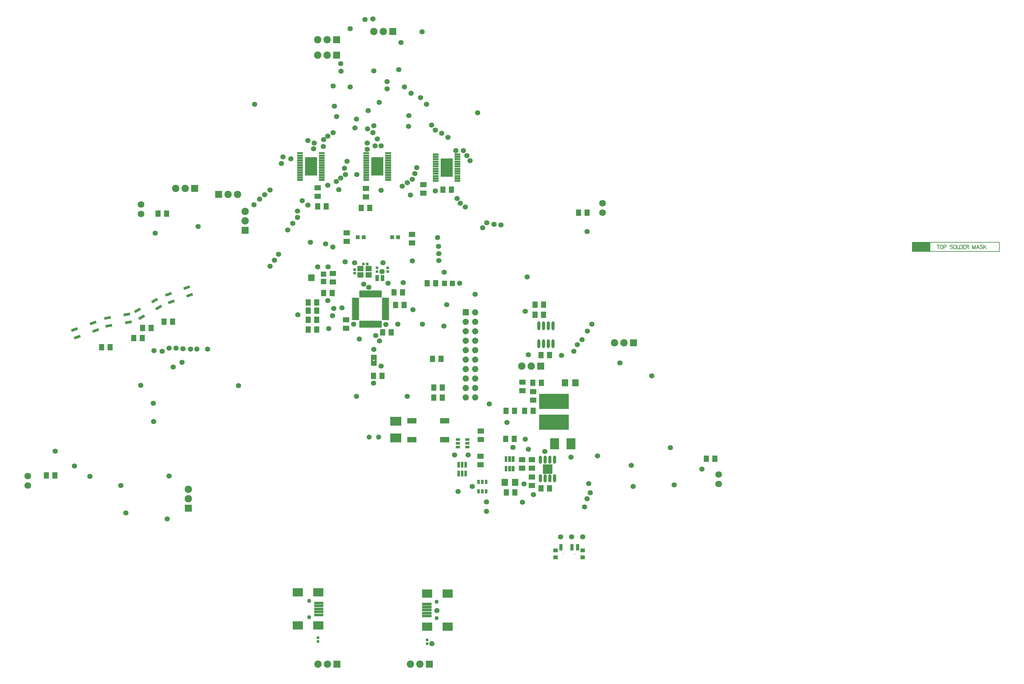
<source format=gts>
G04 Layer_Color=8388736*
%FSLAX44Y44*%
%MOMM*%
G71*
G01*
G75*
%ADD44C,0.1270*%
%ADD54R,4.8260X2.4130*%
%ADD81R,1.4732X1.7272*%
%ADD82R,3.2032X5.0032*%
%ADD83R,0.7532X1.5032*%
%ADD84O,0.8032X2.4032*%
%ADD85R,2.5032X2.5032*%
%ADD86O,0.8032X2.2032*%
%ADD87O,0.5032X2.0032*%
%ADD88O,2.0032X0.5032*%
G04:AMPARAMS|DCode=89|XSize=1.7532mm|YSize=0.7032mm|CornerRadius=0mm|HoleSize=0mm|Usage=FLASHONLY|Rotation=200.000|XOffset=0mm|YOffset=0mm|HoleType=Round|Shape=Rectangle|*
%AMROTATEDRECTD89*
4,1,4,0.7035,0.6302,0.9440,-0.0306,-0.7035,-0.6302,-0.9440,0.0306,0.7035,0.6302,0.0*
%
%ADD89ROTATEDRECTD89*%

G04:AMPARAMS|DCode=90|XSize=1.7532mm|YSize=0.7032mm|CornerRadius=0mm|HoleSize=0mm|Usage=FLASHONLY|Rotation=210.000|XOffset=0mm|YOffset=0mm|HoleType=Round|Shape=Rectangle|*
%AMROTATEDRECTD90*
4,1,4,0.5834,0.7428,0.9350,0.1338,-0.5834,-0.7428,-0.9350,-0.1338,0.5834,0.7428,0.0*
%
%ADD90ROTATEDRECTD90*%

G04:AMPARAMS|DCode=91|XSize=1.7532mm|YSize=0.7032mm|CornerRadius=0mm|HoleSize=0mm|Usage=FLASHONLY|Rotation=190.000|XOffset=0mm|YOffset=0mm|HoleType=Round|Shape=Rectangle|*
%AMROTATEDRECTD91*
4,1,4,0.8022,0.4985,0.9243,-0.1940,-0.8022,-0.4985,-0.9243,0.1940,0.8022,0.4985,0.0*
%
%ADD91ROTATEDRECTD91*%

%ADD92R,0.9032X1.7032*%
%ADD93R,1.2032X1.0032*%
%ADD94R,1.7272X1.4732*%
%ADD95R,0.7032X0.8032*%
%ADD96R,7.9532X4.1532*%
%ADD97R,1.0800X1.1300*%
%ADD98R,0.8032X0.7032*%
%ADD99R,1.7272X1.9812*%
%ADD100C,0.2032*%
%ADD101C,1.1032*%
%ADD102C,1.8032*%
%ADD103R,1.9812X1.9812*%
%ADD104C,1.9812*%
%ADD105R,1.9812X1.9812*%
%ADD106C,1.4032*%
%ADD107C,0.7032*%
G36*
X1761184Y1513151D02*
X1763219Y1512308D01*
X1764967Y1510967D01*
X1766308Y1509219D01*
X1767151Y1507184D01*
X1767438Y1505000D01*
X1767151Y1502816D01*
X1766308Y1500781D01*
X1764967Y1499033D01*
X1763219Y1497692D01*
X1761184Y1496849D01*
X1759000Y1496562D01*
X1756816Y1496849D01*
X1754781Y1497692D01*
X1753033Y1499033D01*
X1751692Y1500781D01*
X1750849Y1502816D01*
X1750562Y1505000D01*
X1750849Y1507184D01*
X1751692Y1509219D01*
X1753033Y1510967D01*
X1754781Y1512308D01*
X1756816Y1513151D01*
X1759000Y1513438D01*
X1761184Y1513151D01*
D02*
G37*
G36*
X1735784Y1538551D02*
X1737819Y1537708D01*
X1739567Y1536367D01*
X1740908Y1534619D01*
X1741751Y1532584D01*
X1742038Y1530400D01*
X1741751Y1528216D01*
X1740908Y1526181D01*
X1739567Y1524433D01*
X1737819Y1523092D01*
X1735784Y1522249D01*
X1733600Y1521962D01*
X1731416Y1522249D01*
X1729381Y1523092D01*
X1727633Y1524433D01*
X1726292Y1526181D01*
X1725449Y1528216D01*
X1725162Y1530400D01*
X1725449Y1532584D01*
X1726292Y1534619D01*
X1727633Y1536367D01*
X1729381Y1537708D01*
X1731416Y1538551D01*
X1733600Y1538838D01*
X1735784Y1538551D01*
D02*
G37*
G36*
X1761184Y1487751D02*
X1763219Y1486908D01*
X1764967Y1485567D01*
X1766308Y1483819D01*
X1767151Y1481784D01*
X1767438Y1479600D01*
X1767151Y1477416D01*
X1766308Y1475381D01*
X1764967Y1473633D01*
X1763219Y1472292D01*
X1761184Y1471449D01*
X1759000Y1471162D01*
X1756816Y1471449D01*
X1754781Y1472292D01*
X1753033Y1473633D01*
X1751692Y1475381D01*
X1750849Y1477416D01*
X1750562Y1479600D01*
X1750849Y1481784D01*
X1751692Y1483819D01*
X1753033Y1485567D01*
X1754781Y1486908D01*
X1756816Y1487751D01*
X1759000Y1488038D01*
X1761184Y1487751D01*
D02*
G37*
G36*
X1735784Y1513151D02*
X1737819Y1512308D01*
X1739567Y1510967D01*
X1740908Y1509219D01*
X1741751Y1507184D01*
X1742038Y1505000D01*
X1741751Y1502816D01*
X1740908Y1500781D01*
X1739567Y1499033D01*
X1737819Y1497692D01*
X1735784Y1496849D01*
X1733600Y1496562D01*
X1731416Y1496849D01*
X1729381Y1497692D01*
X1727633Y1499033D01*
X1726292Y1500781D01*
X1725449Y1502816D01*
X1725162Y1505000D01*
X1725449Y1507184D01*
X1726292Y1509219D01*
X1727633Y1510967D01*
X1729381Y1512308D01*
X1731416Y1513151D01*
X1733600Y1513438D01*
X1735784Y1513151D01*
D02*
G37*
G36*
X1761184Y1538551D02*
X1763219Y1537708D01*
X1764967Y1536367D01*
X1766308Y1534619D01*
X1767151Y1532584D01*
X1767438Y1530400D01*
X1767151Y1528216D01*
X1766308Y1526181D01*
X1764967Y1524433D01*
X1763219Y1523092D01*
X1761184Y1522249D01*
X1759000Y1521962D01*
X1756816Y1522249D01*
X1754781Y1523092D01*
X1753033Y1524433D01*
X1751692Y1526181D01*
X1750849Y1528216D01*
X1750562Y1530400D01*
X1750849Y1532584D01*
X1751692Y1534619D01*
X1753033Y1536367D01*
X1754781Y1537708D01*
X1756816Y1538551D01*
X1759000Y1538838D01*
X1761184Y1538551D01*
D02*
G37*
G36*
X1494500Y1577200D02*
Y1564200D01*
X1479500D01*
Y1577200D01*
Y1593800D01*
X1494500D01*
Y1577200D01*
D02*
G37*
G36*
X1735784Y1589351D02*
X1737819Y1588508D01*
X1739567Y1587167D01*
X1740908Y1585419D01*
X1741751Y1583384D01*
X1742038Y1581200D01*
X1741751Y1579016D01*
X1740908Y1576981D01*
X1739567Y1575233D01*
X1737819Y1573892D01*
X1735784Y1573049D01*
X1733600Y1572762D01*
X1731416Y1573049D01*
X1729381Y1573892D01*
X1727633Y1575233D01*
X1726292Y1576981D01*
X1725449Y1579016D01*
X1725162Y1581200D01*
X1725449Y1583384D01*
X1726292Y1585419D01*
X1727633Y1587167D01*
X1729381Y1588508D01*
X1731416Y1589351D01*
X1733600Y1589638D01*
X1735784Y1589351D01*
D02*
G37*
G36*
Y1563951D02*
X1737819Y1563108D01*
X1739567Y1561767D01*
X1740908Y1560019D01*
X1741751Y1557984D01*
X1742038Y1555800D01*
X1741751Y1553616D01*
X1740908Y1551581D01*
X1739567Y1549833D01*
X1737819Y1548492D01*
X1735784Y1547649D01*
X1733600Y1547362D01*
X1731416Y1547649D01*
X1729381Y1548492D01*
X1727633Y1549833D01*
X1726292Y1551581D01*
X1725449Y1553616D01*
X1725162Y1555800D01*
X1725449Y1557984D01*
X1726292Y1560019D01*
X1727633Y1561767D01*
X1729381Y1563108D01*
X1731416Y1563951D01*
X1733600Y1564238D01*
X1735784Y1563951D01*
D02*
G37*
G36*
X1761184D02*
X1763219Y1563108D01*
X1764967Y1561767D01*
X1766308Y1560019D01*
X1767151Y1557984D01*
X1767438Y1555800D01*
X1767151Y1553616D01*
X1766308Y1551581D01*
X1764967Y1549833D01*
X1763219Y1548492D01*
X1761184Y1547649D01*
X1759000Y1547362D01*
X1756816Y1547649D01*
X1754781Y1548492D01*
X1753033Y1549833D01*
X1751692Y1551581D01*
X1750849Y1553616D01*
X1750562Y1555800D01*
X1750849Y1557984D01*
X1751692Y1560019D01*
X1753033Y1561767D01*
X1754781Y1563108D01*
X1756816Y1563951D01*
X1759000Y1564238D01*
X1761184Y1563951D01*
D02*
G37*
G36*
X1743145Y1362620D02*
X1732255D01*
Y1369700D01*
X1743145D01*
Y1362620D01*
D02*
G37*
G36*
X1476007Y1379372D02*
X1477598Y1378713D01*
X1478964Y1377664D01*
X1480013Y1376298D01*
X1480672Y1374707D01*
X1480896Y1373000D01*
X1480672Y1371293D01*
X1480013Y1369702D01*
X1478964Y1368336D01*
X1477598Y1367287D01*
X1476007Y1366628D01*
X1474300Y1366404D01*
X1472593Y1366628D01*
X1471002Y1367287D01*
X1469636Y1368336D01*
X1468587Y1369702D01*
X1467928Y1371293D01*
X1467704Y1373000D01*
X1467928Y1374707D01*
X1468587Y1376298D01*
X1469636Y1377664D01*
X1471002Y1378713D01*
X1472593Y1379372D01*
X1474300Y1379596D01*
X1476007Y1379372D01*
D02*
G37*
G36*
X1560715Y1359105D02*
X1531285D01*
Y1382695D01*
X1560715D01*
Y1359105D01*
D02*
G37*
G36*
X1717745Y1362620D02*
X1706855D01*
Y1369700D01*
X1717745D01*
Y1362620D01*
D02*
G37*
G36*
X1501407Y1379372D02*
X1502998Y1378713D01*
X1504364Y1377664D01*
X1505413Y1376298D01*
X1506072Y1374707D01*
X1506296Y1373000D01*
X1506072Y1371293D01*
X1505413Y1369702D01*
X1504364Y1368336D01*
X1502998Y1367287D01*
X1501407Y1366628D01*
X1499700Y1366404D01*
X1497993Y1366628D01*
X1496402Y1367287D01*
X1495036Y1368336D01*
X1493987Y1369702D01*
X1493328Y1371293D01*
X1493104Y1373000D01*
X1493328Y1374707D01*
X1493987Y1376298D01*
X1495036Y1377664D01*
X1496402Y1378713D01*
X1497993Y1379372D01*
X1499700Y1379596D01*
X1501407Y1379372D01*
D02*
G37*
G36*
X1689118Y1409177D02*
X1664766D01*
Y1423623D01*
X1689118D01*
Y1409177D01*
D02*
G37*
G36*
X1735784Y1487751D02*
X1737819Y1486908D01*
X1739567Y1485567D01*
X1740908Y1483819D01*
X1741751Y1481784D01*
X1742038Y1479600D01*
X1741751Y1477416D01*
X1740908Y1475381D01*
X1739567Y1473633D01*
X1737819Y1472292D01*
X1735784Y1471449D01*
X1733600Y1471162D01*
X1731416Y1471449D01*
X1729381Y1472292D01*
X1727633Y1473633D01*
X1726292Y1475381D01*
X1725449Y1477416D01*
X1725162Y1479600D01*
X1725449Y1481784D01*
X1726292Y1483819D01*
X1727633Y1485567D01*
X1729381Y1486908D01*
X1731416Y1487751D01*
X1733600Y1488038D01*
X1735784Y1487751D01*
D02*
G37*
G36*
X1560715Y1403305D02*
X1531285D01*
Y1426895D01*
X1560715D01*
Y1403305D01*
D02*
G37*
G36*
X1601234Y1409177D02*
X1576882D01*
Y1423623D01*
X1601234D01*
Y1409177D01*
D02*
G37*
G36*
X1761184Y1589351D02*
X1763219Y1588508D01*
X1764967Y1587167D01*
X1766308Y1585419D01*
X1767151Y1583384D01*
X1767438Y1581200D01*
X1767151Y1579016D01*
X1766308Y1576981D01*
X1764967Y1575233D01*
X1763219Y1573892D01*
X1761184Y1573049D01*
X1759000Y1572762D01*
X1756816Y1573049D01*
X1754781Y1573892D01*
X1753033Y1575233D01*
X1751692Y1576981D01*
X1750849Y1579016D01*
X1750562Y1581200D01*
X1750849Y1583384D01*
X1751692Y1585419D01*
X1753033Y1587167D01*
X1754781Y1588508D01*
X1756816Y1589351D01*
X1759000Y1589638D01*
X1761184Y1589351D01*
D02*
G37*
G36*
X1704500Y1779000D02*
X1690500D01*
Y1793000D01*
X1704500D01*
Y1779000D01*
D02*
G37*
G36*
X1359000Y1784000D02*
X1345000D01*
Y1798000D01*
X1359000D01*
Y1784000D01*
D02*
G37*
G36*
X1741966Y1699834D02*
X1725234D01*
Y1716566D01*
X1741966D01*
Y1699834D01*
D02*
G37*
G36*
X1683500Y1779000D02*
X1669500D01*
Y1793000D01*
X1683500D01*
Y1779000D01*
D02*
G37*
G36*
X1328000Y1792000D02*
X1311000D01*
Y1810000D01*
X1328000D01*
Y1792000D01*
D02*
G37*
G36*
X1459000Y1801500D02*
X1443000D01*
Y1815500D01*
X1459000D01*
Y1801500D01*
D02*
G37*
G36*
X1481000D02*
X1465000D01*
Y1815500D01*
X1481000D01*
Y1801500D01*
D02*
G37*
G36*
X1500450Y1792000D02*
X1490950D01*
Y1808000D01*
X1500450D01*
Y1792000D01*
D02*
G37*
G36*
X1515050D02*
X1505550D01*
Y1808000D01*
X1515050D01*
Y1792000D01*
D02*
G37*
G36*
X1735784Y1640151D02*
X1737819Y1639308D01*
X1739567Y1637967D01*
X1740908Y1636219D01*
X1741751Y1634184D01*
X1742038Y1632000D01*
X1741751Y1629816D01*
X1740908Y1627781D01*
X1739567Y1626033D01*
X1737819Y1624692D01*
X1735784Y1623849D01*
X1733600Y1623562D01*
X1731416Y1623849D01*
X1729381Y1624692D01*
X1727633Y1626033D01*
X1726292Y1627781D01*
X1725449Y1629816D01*
X1725162Y1632000D01*
X1725449Y1634184D01*
X1726292Y1636219D01*
X1727633Y1637967D01*
X1729381Y1639308D01*
X1731416Y1640151D01*
X1733600Y1640438D01*
X1735784Y1640151D01*
D02*
G37*
G36*
X1761184D02*
X1763219Y1639308D01*
X1764967Y1637967D01*
X1766308Y1636219D01*
X1767151Y1634184D01*
X1767438Y1632000D01*
X1767151Y1629816D01*
X1766308Y1627781D01*
X1764967Y1626033D01*
X1763219Y1624692D01*
X1761184Y1623849D01*
X1759000Y1623562D01*
X1756816Y1623849D01*
X1754781Y1624692D01*
X1753033Y1626033D01*
X1751692Y1627781D01*
X1750849Y1629816D01*
X1750562Y1632000D01*
X1750849Y1634184D01*
X1751692Y1636219D01*
X1753033Y1637967D01*
X1754781Y1639308D01*
X1756816Y1640151D01*
X1759000Y1640438D01*
X1761184Y1640151D01*
D02*
G37*
G36*
X1735784Y1614751D02*
X1737819Y1613908D01*
X1739567Y1612567D01*
X1740908Y1610819D01*
X1741751Y1608784D01*
X1742038Y1606600D01*
X1741751Y1604416D01*
X1740908Y1602381D01*
X1739567Y1600633D01*
X1737819Y1599292D01*
X1735784Y1598449D01*
X1733600Y1598162D01*
X1731416Y1598449D01*
X1729381Y1599292D01*
X1727633Y1600633D01*
X1726292Y1602381D01*
X1725449Y1604416D01*
X1725162Y1606600D01*
X1725449Y1608784D01*
X1726292Y1610819D01*
X1727633Y1612567D01*
X1729381Y1613908D01*
X1731416Y1614751D01*
X1733600Y1615038D01*
X1735784Y1614751D01*
D02*
G37*
G36*
X1761184D02*
X1763219Y1613908D01*
X1764967Y1612567D01*
X1766308Y1610819D01*
X1767151Y1608784D01*
X1767438Y1606600D01*
X1767151Y1604416D01*
X1766308Y1602381D01*
X1764967Y1600633D01*
X1763219Y1599292D01*
X1761184Y1598449D01*
X1759000Y1598162D01*
X1756816Y1598449D01*
X1754781Y1599292D01*
X1753033Y1600633D01*
X1751692Y1602381D01*
X1750849Y1604416D01*
X1750562Y1606600D01*
X1750849Y1608784D01*
X1751692Y1610819D01*
X1753033Y1612567D01*
X1754781Y1613908D01*
X1756816Y1614751D01*
X1759000Y1615038D01*
X1761184Y1614751D01*
D02*
G37*
G36*
X1735784Y1665551D02*
X1737819Y1664708D01*
X1739567Y1663367D01*
X1740908Y1661619D01*
X1741751Y1659584D01*
X1742038Y1657400D01*
X1741751Y1655216D01*
X1740908Y1653181D01*
X1739567Y1651433D01*
X1737819Y1650092D01*
X1735784Y1649249D01*
X1733600Y1648962D01*
X1731416Y1649249D01*
X1729381Y1650092D01*
X1727633Y1651433D01*
X1726292Y1653181D01*
X1725449Y1655216D01*
X1725162Y1657400D01*
X1725449Y1659584D01*
X1726292Y1661619D01*
X1727633Y1663367D01*
X1729381Y1664708D01*
X1731416Y1665551D01*
X1733600Y1665838D01*
X1735784Y1665551D01*
D02*
G37*
G36*
X1761184Y1690951D02*
X1763219Y1690108D01*
X1764967Y1688767D01*
X1766308Y1687019D01*
X1767151Y1684984D01*
X1767438Y1682800D01*
X1767151Y1680616D01*
X1766308Y1678581D01*
X1764967Y1676833D01*
X1763219Y1675492D01*
X1761184Y1674649D01*
X1759000Y1674362D01*
X1756816Y1674649D01*
X1754781Y1675492D01*
X1753033Y1676833D01*
X1751692Y1678581D01*
X1750849Y1680616D01*
X1750562Y1682800D01*
X1750849Y1684984D01*
X1751692Y1687019D01*
X1753033Y1688767D01*
X1754781Y1690108D01*
X1756816Y1690951D01*
X1759000Y1691238D01*
X1761184Y1690951D01*
D02*
G37*
G36*
Y1716351D02*
X1763219Y1715508D01*
X1764967Y1714167D01*
X1766308Y1712419D01*
X1767151Y1710384D01*
X1767438Y1708200D01*
X1767151Y1706016D01*
X1766308Y1703981D01*
X1764967Y1702233D01*
X1763219Y1700892D01*
X1761184Y1700049D01*
X1759000Y1699762D01*
X1756816Y1700049D01*
X1754781Y1700892D01*
X1753033Y1702233D01*
X1751692Y1703981D01*
X1750849Y1706016D01*
X1750562Y1708200D01*
X1750849Y1710384D01*
X1751692Y1712419D01*
X1753033Y1714167D01*
X1754781Y1715508D01*
X1756816Y1716351D01*
X1759000Y1716638D01*
X1761184Y1716351D01*
D02*
G37*
G36*
Y1665551D02*
X1763219Y1664708D01*
X1764967Y1663367D01*
X1766308Y1661619D01*
X1767151Y1659584D01*
X1767438Y1657400D01*
X1767151Y1655216D01*
X1766308Y1653181D01*
X1764967Y1651433D01*
X1763219Y1650092D01*
X1761184Y1649249D01*
X1759000Y1648962D01*
X1756816Y1649249D01*
X1754781Y1650092D01*
X1753033Y1651433D01*
X1751692Y1653181D01*
X1750849Y1655216D01*
X1750562Y1657400D01*
X1750849Y1659584D01*
X1751692Y1661619D01*
X1753033Y1663367D01*
X1754781Y1664708D01*
X1756816Y1665551D01*
X1759000Y1665838D01*
X1761184Y1665551D01*
D02*
G37*
G36*
X1735784Y1690951D02*
X1737819Y1690108D01*
X1739567Y1688767D01*
X1740908Y1687019D01*
X1741751Y1684984D01*
X1742038Y1682800D01*
X1741751Y1680616D01*
X1740908Y1678581D01*
X1739567Y1676833D01*
X1737819Y1675492D01*
X1735784Y1674649D01*
X1733600Y1674362D01*
X1731416Y1674649D01*
X1729381Y1675492D01*
X1727633Y1676833D01*
X1726292Y1678581D01*
X1725449Y1680616D01*
X1725162Y1682800D01*
X1725449Y1684984D01*
X1726292Y1687019D01*
X1727633Y1688767D01*
X1729381Y1690108D01*
X1731416Y1690951D01*
X1733600Y1691238D01*
X1735784Y1690951D01*
D02*
G37*
G36*
X1689118Y1358377D02*
X1664766D01*
Y1372823D01*
X1689118D01*
Y1358377D01*
D02*
G37*
G36*
X1351500Y915500D02*
X1326500D01*
Y922500D01*
X1351500D01*
Y915500D01*
D02*
G37*
G36*
X1641500Y920500D02*
X1616500D01*
Y927500D01*
X1641500D01*
X1641500Y920500D01*
D02*
G37*
G36*
X1351500Y907500D02*
X1326500D01*
Y914500D01*
X1351500D01*
Y907500D01*
D02*
G37*
G36*
X1641500Y912500D02*
X1616500Y912500D01*
Y919500D01*
X1641500D01*
Y912500D01*
D02*
G37*
G36*
X1351500Y923500D02*
X1326500D01*
Y930500D01*
X1351500D01*
Y923500D01*
D02*
G37*
G36*
X1296500Y944500D02*
X1269500D01*
Y966500D01*
X1296500D01*
Y944500D01*
D02*
G37*
G36*
X1351500D02*
X1324500D01*
Y966500D01*
X1351500D01*
Y944500D01*
D02*
G37*
G36*
X1643500Y963500D02*
Y941500D01*
X1616500Y941500D01*
Y963500D01*
X1643500Y963500D01*
D02*
G37*
G36*
X1698500Y941500D02*
X1671500D01*
Y963500D01*
X1698500D01*
Y941500D01*
D02*
G37*
G36*
X1296500Y855500D02*
X1269500D01*
Y877500D01*
X1296500D01*
Y855500D01*
D02*
G37*
G36*
X1351500D02*
X1324500D01*
Y877500D01*
X1351500D01*
Y855500D01*
D02*
G37*
G36*
X1643500Y852500D02*
X1616500D01*
Y874500D01*
X1643500D01*
Y852500D01*
D02*
G37*
G36*
X1698500D02*
X1671500D01*
Y874500D01*
X1698500Y874500D01*
Y852500D01*
D02*
G37*
G36*
X1641500Y888500D02*
X1616500D01*
Y895500D01*
X1641500D01*
Y888500D01*
D02*
G37*
G36*
X1351500Y899500D02*
X1326500D01*
Y906500D01*
X1351500D01*
Y899500D01*
D02*
G37*
G36*
X1641500Y904500D02*
X1616500D01*
Y911500D01*
X1641500D01*
X1641500Y904500D01*
D02*
G37*
G36*
X1351500Y891500D02*
X1326500D01*
Y898500D01*
X1351500D01*
Y891500D01*
D02*
G37*
G36*
X1641500Y896500D02*
X1616500D01*
Y903500D01*
X1641500D01*
X1641500Y896500D01*
D02*
G37*
G36*
X1771380Y1221855D02*
X1764300D01*
Y1232745D01*
X1771380D01*
Y1221855D01*
D02*
G37*
G36*
X1983695Y1340285D02*
X1960105D01*
Y1369715D01*
X1983695D01*
Y1340285D01*
D02*
G37*
G36*
X2027895D02*
X2004305D01*
Y1369715D01*
X2027895D01*
Y1340285D01*
D02*
G37*
G36*
X1854794Y1306604D02*
X1847206D01*
Y1321304D01*
X1854794D01*
Y1306604D01*
D02*
G37*
G36*
X1864192D02*
X1856604D01*
Y1321304D01*
X1864192D01*
Y1306604D01*
D02*
G37*
G36*
X1717745Y1342300D02*
X1706855D01*
Y1349380D01*
X1717745D01*
Y1342300D01*
D02*
G37*
G36*
X1743145Y1352460D02*
X1732255D01*
Y1359540D01*
X1743145D01*
Y1352460D01*
D02*
G37*
G36*
X1601234Y1358377D02*
X1576882D01*
Y1372823D01*
X1601234D01*
Y1358377D01*
D02*
G37*
G36*
X1743145Y1342300D02*
X1732255D01*
Y1349380D01*
X1743145D01*
Y1342300D01*
D02*
G37*
G36*
X1717745Y1352460D02*
X1706855D01*
Y1359540D01*
X1717745D01*
Y1352460D01*
D02*
G37*
G36*
X1771380Y1247255D02*
X1764300D01*
Y1258145D01*
X1771380D01*
Y1247255D01*
D02*
G37*
G36*
X1781540D02*
X1774460D01*
Y1258145D01*
X1781540D01*
Y1247255D01*
D02*
G37*
G36*
Y1221855D02*
X1774460D01*
Y1232745D01*
X1781540D01*
Y1221855D01*
D02*
G37*
G36*
X1791700D02*
X1784620D01*
Y1232745D01*
X1791700D01*
Y1221855D01*
D02*
G37*
G36*
Y1247255D02*
X1784620D01*
Y1258145D01*
X1791700D01*
Y1247255D01*
D02*
G37*
G36*
X1864192Y1280696D02*
X1856604D01*
Y1295396D01*
X1864192D01*
Y1280696D01*
D02*
G37*
G36*
X1845396Y1306604D02*
X1837808D01*
Y1321304D01*
X1845396D01*
Y1306604D01*
D02*
G37*
G36*
Y1280696D02*
X1837808D01*
Y1295396D01*
X1845396D01*
Y1280696D01*
D02*
G37*
G36*
X1854794D02*
X1847206D01*
Y1295396D01*
X1854794D01*
Y1280696D01*
D02*
G37*
G36*
X1474500Y2107000D02*
X1459000D01*
Y2112500D01*
X1474500D01*
Y2107000D01*
D02*
G37*
G36*
X1533000D02*
X1517500D01*
Y2112500D01*
X1533000D01*
Y2107000D01*
D02*
G37*
G36*
X1296500D02*
X1281000D01*
Y2112500D01*
X1296500D01*
Y2107000D01*
D02*
G37*
G36*
X1355000D02*
X1339500D01*
Y2112500D01*
X1355000D01*
Y2107000D01*
D02*
G37*
G36*
X1660500Y2110500D02*
X1645000D01*
Y2116000D01*
X1660500D01*
Y2110500D01*
D02*
G37*
G36*
X1355000Y2113500D02*
X1339500D01*
Y2119000D01*
X1355000D01*
Y2113500D01*
D02*
G37*
G36*
X1474500D02*
X1459000D01*
Y2119000D01*
X1474500D01*
Y2113500D01*
D02*
G37*
G36*
X1719000Y2110500D02*
X1703500D01*
Y2116000D01*
X1719000D01*
Y2110500D01*
D02*
G37*
G36*
X1296500Y2113500D02*
X1281000D01*
Y2119000D01*
X1296500D01*
Y2113500D01*
D02*
G37*
G36*
X1719000Y2104000D02*
X1703500D01*
Y2109500D01*
X1719000D01*
Y2104000D01*
D02*
G37*
G36*
X1660500Y2097500D02*
X1645000D01*
Y2103000D01*
X1660500D01*
Y2097500D01*
D02*
G37*
G36*
X1719000D02*
X1703500D01*
Y2103000D01*
X1719000D01*
Y2097500D01*
D02*
G37*
G36*
X1474500Y2094000D02*
X1459000D01*
Y2099500D01*
X1474500D01*
Y2094000D01*
D02*
G37*
G36*
X1533000D02*
X1517500D01*
Y2099500D01*
X1533000D01*
Y2094000D01*
D02*
G37*
G36*
X1296500Y2100500D02*
X1281000D01*
Y2106000D01*
X1296500D01*
Y2100500D01*
D02*
G37*
G36*
X1533000D02*
X1517500D01*
Y2106000D01*
X1533000D01*
Y2100500D01*
D02*
G37*
G36*
X1660500Y2104000D02*
X1645000D01*
Y2109500D01*
X1660500D01*
Y2104000D01*
D02*
G37*
G36*
X1355000Y2100500D02*
X1339500D01*
Y2106000D01*
X1355000D01*
Y2100500D01*
D02*
G37*
G36*
X1474500D02*
X1459000D01*
Y2106000D01*
X1474500D01*
Y2100500D01*
D02*
G37*
G36*
X1533000Y2126500D02*
X1517500D01*
Y2132000D01*
X1533000D01*
Y2126500D01*
D02*
G37*
G36*
X1660500Y2130000D02*
X1645000D01*
Y2135500D01*
X1660500D01*
Y2130000D01*
D02*
G37*
G36*
X1355000Y2126500D02*
X1339500D01*
Y2132000D01*
X1355000D01*
Y2126500D01*
D02*
G37*
G36*
X1474500D02*
X1459000D01*
Y2132000D01*
X1474500D01*
Y2126500D01*
D02*
G37*
G36*
X1719000Y2130000D02*
X1703500D01*
Y2135500D01*
X1719000D01*
Y2130000D01*
D02*
G37*
G36*
X1474500Y2133000D02*
X1459000D01*
Y2138500D01*
X1474500D01*
Y2133000D01*
D02*
G37*
G36*
X1533000D02*
X1517500D01*
Y2138500D01*
X1533000D01*
Y2133000D01*
D02*
G37*
G36*
X1296500D02*
X1281000D01*
Y2138500D01*
X1296500D01*
Y2133000D01*
D02*
G37*
G36*
X1355000D02*
X1339500D01*
Y2138500D01*
X1355000D01*
Y2133000D01*
D02*
G37*
G36*
X1296500Y2126500D02*
X1281000D01*
Y2132000D01*
X1296500D01*
Y2126500D01*
D02*
G37*
G36*
X1719000Y2117000D02*
X1703500D01*
Y2122500D01*
X1719000D01*
Y2117000D01*
D02*
G37*
G36*
X1296500Y2120000D02*
X1281000D01*
Y2125500D01*
X1296500D01*
Y2120000D01*
D02*
G37*
G36*
X1533000Y2113500D02*
X1517500D01*
Y2119000D01*
X1533000D01*
Y2113500D01*
D02*
G37*
G36*
X1660500Y2117000D02*
X1645000D01*
Y2122500D01*
X1660500D01*
Y2117000D01*
D02*
G37*
G36*
X1355000Y2120000D02*
X1339500D01*
Y2125500D01*
X1355000D01*
Y2120000D01*
D02*
G37*
G36*
X1660500Y2123500D02*
X1645000D01*
Y2129000D01*
X1660500D01*
Y2123500D01*
D02*
G37*
G36*
X1719000D02*
X1703500D01*
Y2129000D01*
X1719000D01*
Y2123500D01*
D02*
G37*
G36*
X1474500Y2120000D02*
X1459000D01*
Y2125500D01*
X1474500D01*
Y2120000D01*
D02*
G37*
G36*
X1533000D02*
X1517500D01*
Y2125500D01*
X1533000D01*
Y2120000D01*
D02*
G37*
G36*
X1296500Y2068000D02*
X1281000D01*
Y2073500D01*
X1296500D01*
Y2068000D01*
D02*
G37*
G36*
X1355000D02*
X1339500D01*
Y2073500D01*
X1355000D01*
Y2068000D01*
D02*
G37*
G36*
X1660500Y2065000D02*
X1645000D01*
Y2070500D01*
X1660500D01*
Y2065000D01*
D02*
G37*
G36*
X1719000D02*
X1703500D01*
Y2070500D01*
X1719000D01*
Y2065000D01*
D02*
G37*
G36*
X1474500Y2068000D02*
X1459000D01*
Y2073500D01*
X1474500D01*
Y2068000D01*
D02*
G37*
G36*
X1719000Y2071500D02*
X1703500D01*
Y2077000D01*
X1719000D01*
Y2071500D01*
D02*
G37*
G36*
X1296500Y2074500D02*
X1281000D01*
Y2080000D01*
X1296500D01*
Y2074500D01*
D02*
G37*
G36*
X1533000Y2068000D02*
X1517500D01*
Y2073500D01*
X1533000D01*
Y2068000D01*
D02*
G37*
G36*
X1660500Y2071500D02*
X1645000D01*
Y2077000D01*
X1660500D01*
Y2071500D01*
D02*
G37*
G36*
X1481000Y1818500D02*
X1465000D01*
Y1832500D01*
X1481000D01*
Y1818500D01*
D02*
G37*
G36*
X1660500Y2058500D02*
X1645000D01*
Y2064000D01*
X1660500D01*
Y2058500D01*
D02*
G37*
G36*
X1359000Y1804000D02*
X1345000D01*
Y1818000D01*
X1359000D01*
Y1804000D01*
D02*
G37*
G36*
X1459000Y1818500D02*
X1443000D01*
Y1832500D01*
X1459000D01*
Y1818500D01*
D02*
G37*
G36*
X1719000Y2058500D02*
X1703500D01*
Y2064000D01*
X1719000D01*
Y2058500D01*
D02*
G37*
G36*
X1474500Y2061500D02*
X1459000D01*
Y2067000D01*
X1474500D01*
Y2061500D01*
D02*
G37*
G36*
X1533000D02*
X1517500D01*
Y2067000D01*
X1533000D01*
Y2061500D01*
D02*
G37*
G36*
X1296500D02*
X1281000D01*
Y2067000D01*
X1296500D01*
Y2061500D01*
D02*
G37*
G36*
X1355000D02*
X1339500D01*
Y2067000D01*
X1355000D01*
Y2061500D01*
D02*
G37*
G36*
Y2074500D02*
X1339500D01*
Y2080000D01*
X1355000D01*
Y2074500D01*
D02*
G37*
G36*
Y2087500D02*
X1339500D01*
Y2093000D01*
X1355000D01*
Y2087500D01*
D02*
G37*
G36*
X1474500D02*
X1459000D01*
Y2093000D01*
X1474500D01*
Y2087500D01*
D02*
G37*
G36*
X1719000Y2084500D02*
X1703500D01*
Y2090000D01*
X1719000D01*
Y2084500D01*
D02*
G37*
G36*
X1296500Y2087500D02*
X1281000D01*
Y2093000D01*
X1296500D01*
Y2087500D01*
D02*
G37*
G36*
X1533000D02*
X1517500D01*
Y2093000D01*
X1533000D01*
Y2087500D01*
D02*
G37*
G36*
X1296500Y2094000D02*
X1281000D01*
Y2099500D01*
X1296500D01*
Y2094000D01*
D02*
G37*
G36*
X1355000D02*
X1339500D01*
Y2099500D01*
X1355000D01*
Y2094000D01*
D02*
G37*
G36*
X1660500Y2091000D02*
X1645000D01*
Y2096500D01*
X1660500D01*
Y2091000D01*
D02*
G37*
G36*
X1719000D02*
X1703500D01*
Y2096500D01*
X1719000D01*
Y2091000D01*
D02*
G37*
G36*
X1660500Y2084500D02*
X1645000D01*
Y2090000D01*
X1660500D01*
Y2084500D01*
D02*
G37*
G36*
Y2078000D02*
X1645000D01*
Y2083500D01*
X1660500D01*
Y2078000D01*
D02*
G37*
G36*
X1719000D02*
X1703500D01*
Y2083500D01*
X1719000D01*
Y2078000D01*
D02*
G37*
G36*
X1474500Y2074500D02*
X1459000D01*
Y2080000D01*
X1474500D01*
Y2074500D01*
D02*
G37*
G36*
X1533000D02*
X1517500D01*
Y2080000D01*
X1533000D01*
Y2074500D01*
D02*
G37*
G36*
X1474500Y2081000D02*
X1459000D01*
Y2086500D01*
X1474500D01*
Y2081000D01*
D02*
G37*
G36*
X1533000D02*
X1517500D01*
Y2086500D01*
X1533000D01*
Y2081000D01*
D02*
G37*
G36*
X1296500D02*
X1281000D01*
Y2086500D01*
X1296500D01*
Y2081000D01*
D02*
G37*
G36*
X1355000D02*
X1339500D01*
Y2086500D01*
X1355000D01*
Y2081000D01*
D02*
G37*
%LPC*%
G36*
X1489500Y1580200D02*
X1484500D01*
Y1577800D01*
X1489500D01*
Y1580200D01*
D02*
G37*
%LPD*%
D44*
X2932290Y1871902D02*
X3165970D01*
X2932290D02*
Y1896032D01*
X3165970Y1871902D02*
Y1896032D01*
X2932290D02*
X3165970D01*
X3001716Y1888918D02*
Y1878760D01*
X2998330Y1888918D02*
X3005102D01*
X3009214D02*
X3008246Y1888434D01*
X3007279Y1887466D01*
X3006795Y1886499D01*
X3006312Y1885048D01*
Y1882629D01*
X3006795Y1881178D01*
X3007279Y1880211D01*
X3008246Y1879243D01*
X3009214Y1878760D01*
X3011149D01*
X3012116Y1879243D01*
X3013083Y1880211D01*
X3013567Y1881178D01*
X3014051Y1882629D01*
Y1885048D01*
X3013567Y1886499D01*
X3013083Y1887466D01*
X3012116Y1888434D01*
X3011149Y1888918D01*
X3009214D01*
X3016421Y1883597D02*
X3020774D01*
X3022226Y1884080D01*
X3022709Y1884564D01*
X3023193Y1885532D01*
Y1886983D01*
X3022709Y1887950D01*
X3022226Y1888434D01*
X3020774Y1888918D01*
X3016421D01*
Y1878760D01*
X3040219Y1887466D02*
X3039252Y1888434D01*
X3037801Y1888918D01*
X3035866D01*
X3034415Y1888434D01*
X3033447Y1887466D01*
Y1886499D01*
X3033931Y1885532D01*
X3034415Y1885048D01*
X3035382Y1884564D01*
X3038285Y1883597D01*
X3039252Y1883113D01*
X3039736Y1882629D01*
X3040219Y1881662D01*
Y1880211D01*
X3039252Y1879243D01*
X3037801Y1878760D01*
X3035866D01*
X3034415Y1879243D01*
X3033447Y1880211D01*
X3045395Y1888918D02*
X3044427Y1888434D01*
X3043460Y1887466D01*
X3042976Y1886499D01*
X3042493Y1885048D01*
Y1882629D01*
X3042976Y1881178D01*
X3043460Y1880211D01*
X3044427Y1879243D01*
X3045395Y1878760D01*
X3047330D01*
X3048297Y1879243D01*
X3049265Y1880211D01*
X3049748Y1881178D01*
X3050232Y1882629D01*
Y1885048D01*
X3049748Y1886499D01*
X3049265Y1887466D01*
X3048297Y1888434D01*
X3047330Y1888918D01*
X3045395D01*
X3052602D02*
Y1878760D01*
X3058407D01*
X3059519Y1888918D02*
Y1878760D01*
Y1888918D02*
X3062905D01*
X3064356Y1888434D01*
X3065323Y1887466D01*
X3065807Y1886499D01*
X3066291Y1885048D01*
Y1882629D01*
X3065807Y1881178D01*
X3065323Y1880211D01*
X3064356Y1879243D01*
X3062905Y1878760D01*
X3059519D01*
X3074853Y1888918D02*
X3068564D01*
Y1878760D01*
X3074853D01*
X3068564Y1884080D02*
X3072434D01*
X3076546Y1888918D02*
Y1878760D01*
Y1888918D02*
X3080899D01*
X3082350Y1888434D01*
X3082834Y1887950D01*
X3083318Y1886983D01*
Y1886015D01*
X3082834Y1885048D01*
X3082350Y1884564D01*
X3080899Y1884080D01*
X3076546D01*
X3079932D02*
X3083318Y1878760D01*
X3093572Y1888918D02*
Y1878760D01*
Y1888918D02*
X3097442Y1878760D01*
X3101311Y1888918D02*
X3097442Y1878760D01*
X3101311Y1888918D02*
Y1878760D01*
X3111953D02*
X3108083Y1888918D01*
X3104214Y1878760D01*
X3105665Y1882146D02*
X3110502D01*
X3121095Y1887466D02*
X3120128Y1888434D01*
X3118676Y1888918D01*
X3116742D01*
X3115291Y1888434D01*
X3114323Y1887466D01*
Y1886499D01*
X3114807Y1885532D01*
X3115291Y1885048D01*
X3116258Y1884564D01*
X3119160Y1883597D01*
X3120128Y1883113D01*
X3120611Y1882629D01*
X3121095Y1881662D01*
Y1880211D01*
X3120128Y1879243D01*
X3118676Y1878760D01*
X3116742D01*
X3115291Y1879243D01*
X3114323Y1880211D01*
X3123368Y1888918D02*
Y1878760D01*
X3130140Y1888918D02*
X3123368Y1882146D01*
X3125787Y1884564D02*
X3130140Y1878760D01*
D54*
X2956420Y1883967D02*
D03*
D81*
X1336000Y1993000D02*
D03*
X1358860D02*
D03*
X1333430Y1662000D02*
D03*
X1310570D02*
D03*
X631000Y1270000D02*
D03*
X608140D02*
D03*
X2379570Y1315000D02*
D03*
X2402430D02*
D03*
X2036570Y1976000D02*
D03*
X2059430D02*
D03*
X931000Y1973000D02*
D03*
X908140D02*
D03*
X1545570Y1728000D02*
D03*
X1568430D02*
D03*
X1647570Y1479000D02*
D03*
X1670430D02*
D03*
X1485570Y1537000D02*
D03*
X1508430D02*
D03*
X1647570Y1506000D02*
D03*
X1670430D02*
D03*
X1311140Y1688000D02*
D03*
X1334000D02*
D03*
X1644570Y1583000D02*
D03*
X1667430D02*
D03*
X1310570Y1735000D02*
D03*
X1333430D02*
D03*
X1653000Y1786000D02*
D03*
X1630140D02*
D03*
X1333430Y1713000D02*
D03*
X1310570D02*
D03*
X1863430Y1368000D02*
D03*
X1840570D02*
D03*
X1375430Y1760000D02*
D03*
X1352570D02*
D03*
X1841570Y1443000D02*
D03*
X1864430D02*
D03*
X1891140D02*
D03*
X1914000D02*
D03*
X1958430Y1235000D02*
D03*
X1935570D02*
D03*
X1452570Y1989000D02*
D03*
X1475430D02*
D03*
X1672570Y2038000D02*
D03*
X1695430D02*
D03*
X946430Y1683000D02*
D03*
X923570D02*
D03*
X1541000Y1762000D02*
D03*
X1563860D02*
D03*
X1533430Y1654000D02*
D03*
X1510570D02*
D03*
X889000Y1666000D02*
D03*
X866140D02*
D03*
X842570Y1639000D02*
D03*
X865430D02*
D03*
X1942000Y1702000D02*
D03*
X1919140D02*
D03*
X1942430Y1729000D02*
D03*
X1919570D02*
D03*
X1958430Y1593000D02*
D03*
X1935570D02*
D03*
X1842570Y1224000D02*
D03*
X1865430D02*
D03*
X756000Y1614000D02*
D03*
X778860D02*
D03*
X1936430Y1519000D02*
D03*
X1913570D02*
D03*
D82*
X1318000Y2100000D02*
D03*
X1496000D02*
D03*
X1682000Y2097000D02*
D03*
D83*
X1714500Y1299000D02*
D03*
X1724000D02*
D03*
X1733500D02*
D03*
Y1275000D02*
D03*
X1724000D02*
D03*
X1714500D02*
D03*
D84*
X1968050Y1672000D02*
D03*
X1955350D02*
D03*
X1942650D02*
D03*
X1929950D02*
D03*
X1968050Y1624000D02*
D03*
X1955350D02*
D03*
X1942650D02*
D03*
X1929950D02*
D03*
D85*
X1953000Y1287000D02*
D03*
D86*
X1972050Y1312000D02*
D03*
X1959350D02*
D03*
X1946650D02*
D03*
X1933950D02*
D03*
X1972050Y1262000D02*
D03*
X1959350D02*
D03*
X1946650D02*
D03*
X1933950D02*
D03*
D87*
X1505500Y1757500D02*
D03*
X1500500D02*
D03*
X1495500D02*
D03*
X1490500D02*
D03*
X1485500D02*
D03*
X1480500D02*
D03*
X1475500D02*
D03*
X1470500D02*
D03*
X1465500D02*
D03*
X1460500D02*
D03*
X1455500D02*
D03*
X1450500D02*
D03*
Y1676500D02*
D03*
X1455500D02*
D03*
X1460500D02*
D03*
X1465500D02*
D03*
X1470500D02*
D03*
X1475500D02*
D03*
X1480500D02*
D03*
X1485500D02*
D03*
X1490500D02*
D03*
X1495500D02*
D03*
X1500500D02*
D03*
X1505500D02*
D03*
D88*
X1437500Y1744500D02*
D03*
Y1739500D02*
D03*
Y1734500D02*
D03*
Y1729500D02*
D03*
Y1724500D02*
D03*
Y1719500D02*
D03*
Y1714500D02*
D03*
Y1709500D02*
D03*
Y1704500D02*
D03*
Y1699500D02*
D03*
Y1694500D02*
D03*
Y1689500D02*
D03*
X1518500D02*
D03*
Y1694500D02*
D03*
Y1699500D02*
D03*
Y1704500D02*
D03*
Y1709500D02*
D03*
Y1714500D02*
D03*
Y1719500D02*
D03*
Y1724500D02*
D03*
Y1729500D02*
D03*
Y1734500D02*
D03*
Y1739500D02*
D03*
Y1744500D02*
D03*
D89*
X943110Y1736130D02*
D03*
X935586Y1756803D02*
D03*
X992444Y1754086D02*
D03*
X984920Y1774760D02*
D03*
X691110Y1641130D02*
D03*
X683586Y1661803D02*
D03*
X740444Y1659086D02*
D03*
X732919Y1679759D02*
D03*
D90*
X863533Y1694698D02*
D03*
X852534Y1713750D02*
D03*
X909000Y1720948D02*
D03*
X898000Y1740000D02*
D03*
D91*
X776020Y1671843D02*
D03*
X772200Y1693509D02*
D03*
X827722Y1680960D02*
D03*
X823902Y1702625D02*
D03*
D92*
X1988500Y1076500D02*
D03*
X2018500D02*
D03*
X2033500D02*
D03*
D93*
X1974500Y1049350D02*
D03*
Y1068650D02*
D03*
X2047500D02*
D03*
Y1049350D02*
D03*
D94*
X1414000Y1898570D02*
D03*
Y1921430D02*
D03*
X1589000Y1894570D02*
D03*
Y1917430D02*
D03*
X1466000Y2041430D02*
D03*
Y2018570D02*
D03*
X1620000Y2051430D02*
D03*
Y2028570D02*
D03*
X1773000Y1321430D02*
D03*
Y1298570D02*
D03*
X1911000Y1242570D02*
D03*
Y1265430D02*
D03*
X1914000Y1472000D02*
D03*
Y1494860D02*
D03*
X1886000Y1497570D02*
D03*
Y1520430D02*
D03*
X1774000Y1366570D02*
D03*
Y1389430D02*
D03*
X1336000Y2020000D02*
D03*
Y2042860D02*
D03*
X1412000Y1665570D02*
D03*
Y1688430D02*
D03*
X1377000Y1789570D02*
D03*
Y1812430D02*
D03*
X1885000Y1312430D02*
D03*
Y1289570D02*
D03*
X1911000Y1312430D02*
D03*
Y1289570D02*
D03*
D95*
X1337000Y834000D02*
D03*
Y824000D02*
D03*
X1630000Y828000D02*
D03*
Y818000D02*
D03*
X1435000Y1823000D02*
D03*
Y1813000D02*
D03*
X1495000Y1828000D02*
D03*
Y1818000D02*
D03*
X1524000Y1828000D02*
D03*
Y1818000D02*
D03*
D96*
X1970000Y1413000D02*
D03*
Y1468500D02*
D03*
D97*
X1444000Y1910000D02*
D03*
X1460000D02*
D03*
X1552000D02*
D03*
X1536000D02*
D03*
D98*
X1459000Y1838000D02*
D03*
X1469000D02*
D03*
D99*
X1838030Y1251000D02*
D03*
X1865970D02*
D03*
X2000030Y1519000D02*
D03*
X2027970D02*
D03*
D100*
X1996000Y1059000D02*
D03*
X2026000D02*
D03*
D101*
X1313000Y933000D02*
D03*
Y889000D02*
D03*
X1655000Y886000D02*
D03*
Y930000D02*
D03*
D102*
X558000Y1243000D02*
D03*
Y1268400D02*
D03*
X2412000Y1247300D02*
D03*
Y1272700D02*
D03*
X2101000Y2001700D02*
D03*
Y1976300D02*
D03*
X862000Y1997700D02*
D03*
Y1972300D02*
D03*
D103*
X1635800Y763000D02*
D03*
X1387000Y2399000D02*
D03*
X1537400Y2463000D02*
D03*
X2183400Y1626000D02*
D03*
X1386800Y2441000D02*
D03*
X1006000Y2041000D02*
D03*
X1070200Y2025000D02*
D03*
X1387400Y763000D02*
D03*
X1934800Y1564000D02*
D03*
D104*
X1610400Y763000D02*
D03*
X1585000D02*
D03*
X989000Y1207000D02*
D03*
Y1232400D02*
D03*
X1141000Y1954000D02*
D03*
Y1979400D02*
D03*
X1361600Y2399000D02*
D03*
X1336200D02*
D03*
X1512000Y2463000D02*
D03*
X1486600D02*
D03*
X2158000Y1626000D02*
D03*
X2132600D02*
D03*
X1361400Y2441000D02*
D03*
X1336000D02*
D03*
X980600Y2041000D02*
D03*
X955200D02*
D03*
X1095600Y2025000D02*
D03*
X1121000D02*
D03*
X1362000Y763000D02*
D03*
X1336600D02*
D03*
X1909400Y1564000D02*
D03*
X1884000D02*
D03*
D105*
X989000Y1181600D02*
D03*
X1141000Y1928600D02*
D03*
D106*
X1492000Y1646000D02*
D03*
X1473000Y1775000D02*
D03*
X1460000Y1784000D02*
D03*
X1283000Y1702000D02*
D03*
X1511000Y1841000D02*
D03*
X1590000Y1846000D02*
D03*
X1676000Y1816000D02*
D03*
X1898000Y1803000D02*
D03*
X632000Y1335000D02*
D03*
X2283000Y1344000D02*
D03*
X2367000Y1287000D02*
D03*
X900000Y1921000D02*
D03*
X2059000Y1925000D02*
D03*
X1167000Y2267000D02*
D03*
X1765000Y2244000D02*
D03*
X1015000Y1939000D02*
D03*
X1616000Y2462000D02*
D03*
X1506000Y2036000D02*
D03*
X1577000Y1482000D02*
D03*
X1440000D02*
D03*
X1124000Y1511000D02*
D03*
X861000Y1512000D02*
D03*
X932000Y1153000D02*
D03*
X1041000Y1609000D02*
D03*
X821000Y1169000D02*
D03*
X1012000Y1609000D02*
D03*
X683000Y1295000D02*
D03*
X995000Y1609000D02*
D03*
X937000Y1268000D02*
D03*
X896998Y1604997D02*
D03*
X919000Y1603000D02*
D03*
X956000Y1612000D02*
D03*
X937000D02*
D03*
X948000Y1561000D02*
D03*
X808000Y1243000D02*
D03*
X896000Y1415000D02*
D03*
X895000Y1464000D02*
D03*
X725000Y1267000D02*
D03*
X972000Y1574000D02*
D03*
X975000Y1610000D02*
D03*
X1658000Y1909000D02*
D03*
X1828000Y1943000D02*
D03*
X1660000Y1885000D02*
D03*
X1809000Y1945000D02*
D03*
X1661000Y1866000D02*
D03*
X1790000Y1949000D02*
D03*
X1661000Y1847000D02*
D03*
X1779000Y1935000D02*
D03*
X1682000Y1729000D02*
D03*
X1717000Y1786000D02*
D03*
X2072000Y1676000D02*
D03*
X2147000Y1572000D02*
D03*
X1893000Y1711000D02*
D03*
X1797000Y1462000D02*
D03*
X1256000Y1929000D02*
D03*
X1165000Y1997000D02*
D03*
X2052000Y1185000D02*
D03*
X1269000Y1947000D02*
D03*
X1180000Y2012000D02*
D03*
X1194000Y2024000D02*
D03*
X2059000Y1207000D02*
D03*
X2068000Y1223000D02*
D03*
X2178000Y1297000D02*
D03*
X1282000Y1963000D02*
D03*
X2087000Y1322000D02*
D03*
X1282000Y1980000D02*
D03*
X1208000Y2037000D02*
D03*
X2233000Y1537000D02*
D03*
X2060000Y1658000D02*
D03*
X2293000Y1244000D02*
D03*
X2046000Y1635000D02*
D03*
X2183000Y1240000D02*
D03*
X2033000Y1621000D02*
D03*
X2063000Y1248000D02*
D03*
X2024000Y1603000D02*
D03*
X1423000Y2470000D02*
D03*
X1325000Y2148000D02*
D03*
X1327000Y2163000D02*
D03*
X1310000Y2170000D02*
D03*
X1264000Y2121000D02*
D03*
X1350997Y2153996D02*
D03*
X1352000Y2172000D02*
D03*
X1363000Y2182000D02*
D03*
X1378000Y2191000D02*
D03*
X1408000Y2095000D02*
D03*
X1411000Y2078000D02*
D03*
X1398000Y2069000D02*
D03*
X1386000Y2060000D02*
D03*
X1414997Y2113996D02*
D03*
X1496000Y2174000D02*
D03*
X1483997Y2190996D02*
D03*
X1470000Y2201000D02*
D03*
X1487000Y2210000D02*
D03*
X1506000Y2155000D02*
D03*
X1490000D02*
D03*
X1469000Y2163000D02*
D03*
Y2146000D02*
D03*
X1732000Y1991000D02*
D03*
X1719000Y2001000D02*
D03*
X1710000Y2014000D02*
D03*
X1686000Y2178000D02*
D03*
X1669000Y2189000D02*
D03*
X1652000Y2198000D02*
D03*
X1642000Y2211000D02*
D03*
X1580000Y2208000D02*
D03*
X1436000Y2204000D02*
D03*
X1581000Y2237000D02*
D03*
X1440000Y2227000D02*
D03*
X1387000Y2234000D02*
D03*
X1472000Y2250000D02*
D03*
X1628000Y2267000D02*
D03*
X1381000Y2262000D02*
D03*
X1501000Y2272000D02*
D03*
X1612000Y2285000D02*
D03*
X1587000Y2297000D02*
D03*
X1522000Y2309000D02*
D03*
X1378000Y2316000D02*
D03*
X1423000Y2314000D02*
D03*
X1569000D02*
D03*
X1522000Y2328000D02*
D03*
X1554000Y2360000D02*
D03*
X1486460Y2356540D02*
D03*
X1399000Y2356000D02*
D03*
X1398000Y2376000D02*
D03*
X1295000Y2008000D02*
D03*
X1310000Y1996000D02*
D03*
X1231000Y1864000D02*
D03*
X1317000Y1896000D02*
D03*
X1357000Y1892000D02*
D03*
X1220000Y1848000D02*
D03*
X1208000Y1832000D02*
D03*
X1707000Y2143000D02*
D03*
X1727000D02*
D03*
X1737000Y2129000D02*
D03*
X1745000Y2116000D02*
D03*
X1239000Y2108000D02*
D03*
X1243000Y2126000D02*
D03*
X1484000Y2497000D02*
D03*
X1597000Y2081000D02*
D03*
X1577000Y2056000D02*
D03*
X1563000Y2047000D02*
D03*
X1590000Y2066000D02*
D03*
X1652000Y2034000D02*
D03*
X1560000Y2433000D02*
D03*
X1463000Y2495000D02*
D03*
X1364000Y1830000D02*
D03*
X1435000Y1841000D02*
D03*
X1366000Y1664000D02*
D03*
X1401000Y1720000D02*
D03*
X1376000Y1699000D02*
D03*
X1379500Y1718500D02*
D03*
X1363000Y1739500D02*
D03*
X1393000Y2038000D02*
D03*
X1602000Y2097000D02*
D03*
X1441000Y2078730D02*
D03*
X1585000Y2023000D02*
D03*
X1363000Y2050000D02*
D03*
X1487230Y1608770D02*
D03*
X1502000Y1631000D02*
D03*
X1902000Y1594000D02*
D03*
X1991000Y1592000D02*
D03*
X1844000Y1412140D02*
D03*
X2016000Y1319000D02*
D03*
X1886000Y1198000D02*
D03*
X2047000Y1105000D02*
D03*
X1789000Y1173000D02*
D03*
X1713000Y1227000D02*
D03*
X1656000Y907000D02*
D03*
X1643000Y818000D02*
D03*
X1592000Y1715000D02*
D03*
X1448000Y1636000D02*
D03*
X1890000Y1247000D02*
D03*
X1902000Y1340000D02*
D03*
X1525000Y1786000D02*
D03*
X1410000Y1844000D02*
D03*
X1509000Y1818000D02*
D03*
X1377000Y1884000D02*
D03*
X1617000Y1676000D02*
D03*
X1551000D02*
D03*
X1675000Y1671000D02*
D03*
X1789000Y1199000D02*
D03*
X1751000Y1240000D02*
D03*
X2018000Y1105000D02*
D03*
X1860000Y1345000D02*
D03*
X1486000Y1518000D02*
D03*
X1506000Y1564000D02*
D03*
X1759000Y1757000D02*
D03*
X1566000Y1788000D02*
D03*
X1519000Y1675000D02*
D03*
X1433000Y1676000D02*
D03*
X1336000Y1830000D02*
D03*
X1988000Y1105000D02*
D03*
X1893000Y1367000D02*
D03*
X1740000Y1325000D02*
D03*
X1704000D02*
D03*
X1946000Y1334000D02*
D03*
X1915000Y1218000D02*
D03*
D107*
X1953000Y1278500D02*
D03*
Y1295500D02*
D03*
X1961500Y1287000D02*
D03*
X1944500D02*
D03*
M02*

</source>
